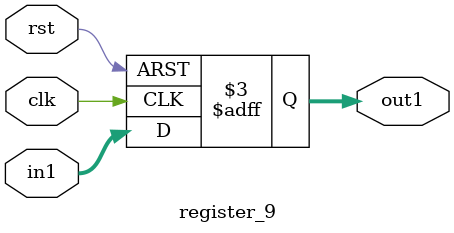
<source format=v>
`timescale 1ps/1ps

module register_9 (rst, clk, in1, out1);

 input clk, rst;

 input [8:0]  in1;

 output [8:0] out1;

 reg [8:0] out1;

 always @ (negedge rst or posedge clk) begin

    if(!rst)  out1 <= #1 9'b0000;

    else  out1 <= #1 in1;

 end

endmodule

</source>
